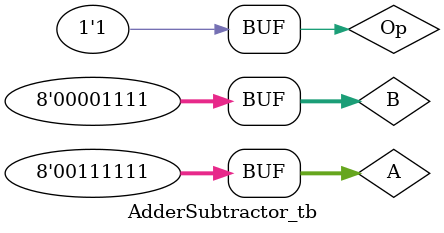
<source format=v>
`timescale 1ns/1ps

module AdderSubtractor_tb;  // 90 ns
    reg [7:0] A;
    reg [7:0] B;
    reg Op;

    wire [7:0] S;
    wire Cout;

    parameter N = 8;

    GateLevelAS #(N) uut (
    // ContinuousAssignmentAS #(N) uut (
    // ProceduralConstructAS #(N) uut (
        .A(A), 
        .B(B), 
        .Op(Op), 
        .S(S), 
        .Cout(Cout)
    );

    initial begin

        A = 8'b00000001; // A = 1
        B = 8'b00000001; // B = 1
        Op = 0;          // addition
        #10;

        A = 8'b10000000; // A = -128
        B = 8'b01111111; // B = 127
        Op = 0;          // addition
        #10;

        A = 8'b01100000; // A = 96
        B = 8'b00010000; // B = 16
        Op = 1;          // subtraction
        #10;

        A = 8'b11111111; // A = -1
        B = 8'b00000001; // B = 1
        Op = 0;          // addition
        #10;

        A = 8'b00010010; // A = 18
        B = 8'b00001111; // B = 15
        Op = 1;          // subtraction
        #10;

        // A = 8'b10011110; // A = -98
        // B = 8'b10101010; // B = -86
        // Op = 0;          // addition
        // #10;

        A = 8'b00001000; // A = 8
        B = 8'b00000001; // B = 1
        Op = 1;          // subtraction
        #10;

        A = 8'b11000001; // A = -63
        B = 8'b00000101; // B = 5
        Op = 1;          // subtraction
        #10;

        A = 8'b10110101; // A = -75
        B = 8'b01010110; // B = 86
        Op = 0;          // addition
        #10;

        A = 8'b00111111; // A = 63
        B = 8'b00001111; // B = 15
        Op = 1;          // subtraction
        #10;
    end
endmodule

</source>
